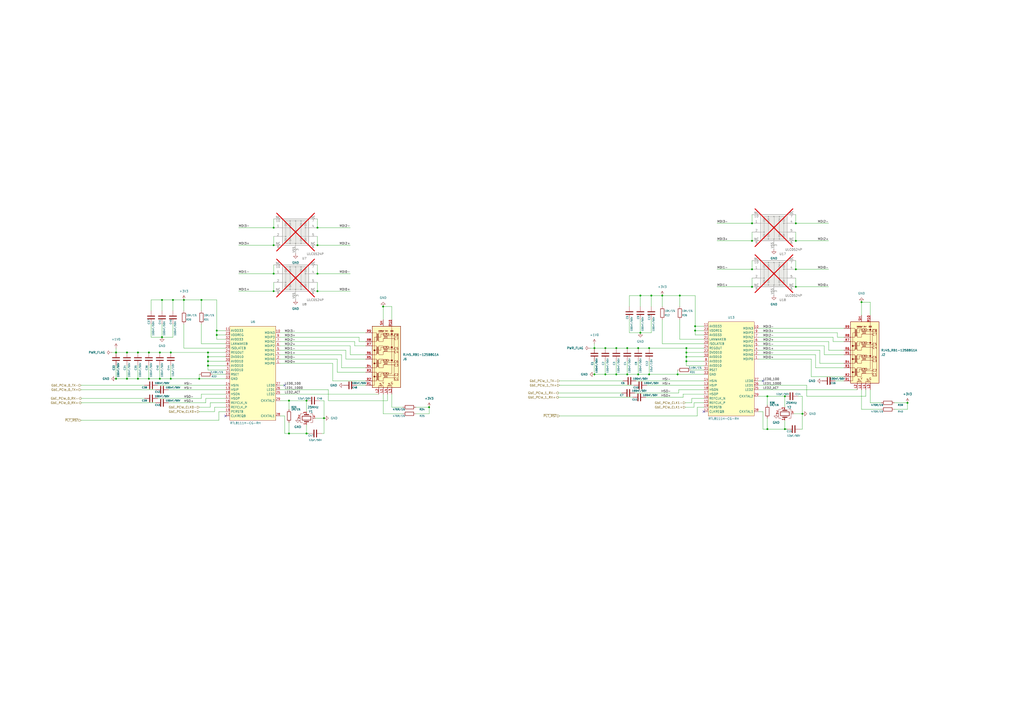
<source format=kicad_sch>
(kicad_sch (version 20231120) (generator "eeschema") (generator_version "8.0")
  (paper "A2")
  (title_block (title "NVR for LattePanda Mu") (date "2024-03-13") (rev "V1.0.0") (company "SpectreBoard"))
  (junction (at 92.71 219.71))
  (junction (at 187.96 242.57))
  (junction (at 376.555 201.93))
  (junction (at 377.825 171.45))
  (junction (at 436.245 166.37))
  (junction (at 80.01 204.47))
  (junction (at 115.57 219.71))
  (junction (at 73.66 219.71))
  (junction (at 93.98 173.99))
  (junction (at 92.71 204.47))
  (junction (at 351.155 217.17))
  (junction (at 73.66 204.47))
  (junction (at 248.92 236.22))
  (junction (at 398.145 204.47))
  (junction (at 393.065 217.17))
  (junction (at 499.745 175.26))
  (junction (at 158.75 158.75))
  (junction (at 461.645 156.21))
  (junction (at 376.555 217.17))
  (junction (at 351.155 201.93))
  (junction (at 184.15 168.91))
  (junction (at 100.33 173.99))
  (junction (at 99.06 219.71))
  (junction (at 436.245 139.7))
  (junction (at 120.65 204.47))
  (junction (at 461.645 129.54))
  (junction (at 403.225 191.77))
  (junction (at 344.805 201.93))
  (junction (at 403.225 189.23))
  (junction (at 344.805 217.17))
  (junction (at 116.84 173.99))
  (junction (at 177.8 232.41))
  (junction (at 222.25 177.8))
  (junction (at 436.245 129.54))
  (junction (at 184.15 158.75))
  (junction (at 67.31 219.71))
  (junction (at 436.245 156.21))
  (junction (at 184.15 132.08))
  (junction (at 120.65 209.55))
  (junction (at 461.645 166.37))
  (junction (at 398.145 201.93))
  (junction (at 106.68 173.99))
  (junction (at 371.475 193.04))
  (junction (at 80.01 219.71))
  (junction (at 384.175 171.45))
  (junction (at 120.65 207.01))
  (junction (at 125.73 194.31))
  (junction (at 461.645 139.7))
  (junction (at 370.205 217.17))
  (junction (at 86.36 219.71))
  (junction (at 158.75 168.91))
  (junction (at 93.98 195.58))
  (junction (at 398.145 209.55))
  (junction (at 445.135 248.92))
  (junction (at 167.64 251.46))
  (junction (at 526.415 233.68))
  (junction (at 394.335 171.45))
  (junction (at 167.64 232.41))
  (junction (at 357.505 217.17))
  (junction (at 184.15 142.24))
  (junction (at 455.295 248.92))
  (junction (at 357.505 201.93))
  (junction (at 67.31 204.47))
  (junction (at 465.455 240.03))
  (junction (at 125.73 191.77))
  (junction (at 371.475 171.45))
  (junction (at 455.295 229.87))
  (junction (at 370.205 201.93))
  (junction (at 158.75 132.08))
  (junction (at 398.145 207.01))
  (junction (at 445.135 229.87))
  (junction (at 363.855 217.17))
  (junction (at 99.06 204.47))
  (junction (at 86.36 204.47))
  (junction (at 177.8 251.46))
  (junction (at 363.855 201.93))
  (junction (at 120.65 212.09))
  (junction (at 158.75 142.24))
  (no_connect (at 442.595 220.98))
  (no_connect (at 165.1 223.52))
  (no_connect (at 408.305 238.76))
  (no_connect (at 130.81 241.3))
  (wire (pts (xy 464.185 248.92) (xy 465.455 248.92)))
  (wire (pts (xy 119.38 233.68) (xy 119.38 231.14)))
  (wire (pts (xy 440.055 220.98) (xy 442.595 220.98)))
  (wire (pts (xy 365.125 177.8) (xy 365.125 171.45)))
  (wire (pts (xy 46.99 231.14) (xy 83.82 231.14)))
  (wire (pts (xy 162.56 198.12) (xy 205.74 198.12)))
  (wire (pts (xy 124.46 238.76) (xy 115.57 238.76)))
  (wire (pts (xy 398.145 204.47) (xy 398.145 207.01)))
  (wire (pts (xy 351.155 217.17) (xy 357.505 217.17)))
  (wire (pts (xy 502.285 226.06) (xy 502.285 229.87)))
  (wire (pts (xy 205.74 198.12) (xy 205.74 200.66)))
  (wire (pts (xy 440.055 193.04) (xy 485.775 193.04)))
  (wire (pts (xy 195.58 215.9) (xy 195.58 208.28)))
  (wire (pts (xy 97.79 226.06) (xy 130.81 226.06)))
  (wire (pts (xy 393.7 226.06) (xy 408.305 226.06)))
  (wire (pts (xy 222.25 177.8) (xy 222.25 185.42)))
  (wire (pts (xy 365.125 193.04) (xy 371.475 193.04)))
  (wire (pts (xy 402.59 233.68) (xy 408.305 233.68)))
  (wire (pts (xy 91.44 231.14) (xy 116.84 231.14)))
  (wire (pts (xy 92.71 219.71) (xy 99.06 219.71)))
  (wire (pts (xy 121.92 236.22) (xy 115.57 236.22)))
  (wire (pts (xy 440.055 208.28) (xy 470.535 208.28)))
  (wire (pts (xy 158.75 127) (xy 158.75 132.08)))
  (wire (pts (xy 398.145 209.55) (xy 398.145 212.09)))
  (wire (pts (xy 499.745 175.26) (xy 499.745 182.88)))
  (wire (pts (xy 384.175 171.45) (xy 394.335 171.45)))
  (wire (pts (xy 193.04 210.82) (xy 193.04 220.98)))
  (wire (pts (xy 374.65 230.505) (xy 396.24 230.505)))
  (wire (pts (xy 445.135 229.87) (xy 455.295 229.87)))
  (wire (pts (xy 241.3 240.03) (xy 248.92 240.03)))
  (wire (pts (xy 184.15 168.91) (xy 203.2 168.91)))
  (wire (pts (xy 402.59 236.22) (xy 402.59 233.68)))
  (wire (pts (xy 92.71 204.47) (xy 99.06 204.47)))
  (wire (pts (xy 162.56 228.6) (xy 219.71 228.6)))
  (wire (pts (xy 162.56 208.28) (xy 195.58 208.28)))
  (wire (pts (xy 470.535 208.28) (xy 470.535 218.44)))
  (wire (pts (xy 394.335 185.42) (xy 394.335 196.85)))
  (wire (pts (xy 357.505 201.93) (xy 363.855 201.93)))
  (wire (pts (xy 377.825 185.42) (xy 377.825 193.04)))
  (wire (pts (xy 80.01 212.09) (xy 80.01 219.71)))
  (wire (pts (xy 208.28 195.58) (xy 208.28 198.12)))
  (wire (pts (xy 123.19 217.17) (xy 130.81 217.17)))
  (wire (pts (xy 489.585 213.36) (xy 473.075 213.36)))
  (wire (pts (xy 440.055 195.58) (xy 483.235 195.58)))
  (wire (pts (xy 394.335 171.45) (xy 394.335 177.8)))
  (wire (pts (xy 357.505 217.17) (xy 363.855 217.17)))
  (wire (pts (xy 120.65 214.63) (xy 130.81 214.63)))
  (wire (pts (xy 408.305 204.47) (xy 398.145 204.47)))
  (wire (pts (xy 91.44 223.52) (xy 130.81 223.52)))
  (wire (pts (xy 124.46 236.22) (xy 124.46 238.76)))
  (wire (pts (xy 93.98 173.99) (xy 100.33 173.99)))
  (wire (pts (xy 184.15 153.67) (xy 184.15 158.75)))
  (wire (pts (xy 485.775 193.04) (xy 485.775 195.58)))
  (wire (pts (xy 116.84 187.96) (xy 116.84 199.39)))
  (wire (pts (xy 116.84 228.6) (xy 130.81 228.6)))
  (wire (pts (xy 324.485 220.98) (xy 361.315 220.98)))
  (wire (pts (xy 167.64 232.41) (xy 167.64 237.49)))
  (wire (pts (xy 376.555 209.55) (xy 376.555 217.17)))
  (wire (pts (xy 408.305 189.23) (xy 403.225 189.23)))
  (wire (pts (xy 138.43 142.24) (xy 158.75 142.24)))
  (wire (pts (xy 130.81 233.68) (xy 121.92 233.68)))
  (wire (pts (xy 100.33 173.99) (xy 100.33 180.34)))
  (wire (pts (xy 393.7 227.965) (xy 393.7 226.06)))
  (wire (pts (xy 130.81 207.01) (xy 120.65 207.01)))
  (wire (pts (xy 165.1 241.3) (xy 162.56 241.3)))
  (wire (pts (xy 158.75 137.16) (xy 158.75 142.24)))
  (wire (pts (xy 483.235 198.12) (xy 489.585 198.12)))
  (wire (pts (xy 184.15 142.24) (xy 203.2 142.24)))
  (wire (pts (xy 207.01 223.52) (xy 212.09 223.52)))
  (wire (pts (xy 127 238.76) (xy 130.81 238.76)))
  (wire (pts (xy 73.66 212.09) (xy 73.66 219.71)))
  (wire (pts (xy 461.645 151.13) (xy 461.645 156.21)))
  (wire (pts (xy 200.66 208.28) (xy 212.09 208.28)))
  (wire (pts (xy 125.73 194.31) (xy 125.73 196.85)))
  (wire (pts (xy 371.475 171.45) (xy 377.825 171.45)))
  (wire (pts (xy 120.65 212.09) (xy 120.65 214.63)))
  (wire (pts (xy 384.175 185.42) (xy 384.175 199.39)))
  (wire (pts (xy 99.06 204.47) (xy 120.65 204.47)))
  (wire (pts (xy 397.51 236.22) (xy 402.59 236.22)))
  (wire (pts (xy 470.535 218.44) (xy 489.585 218.44)))
  (wire (pts (xy 86.36 212.09) (xy 86.36 219.71)))
  (wire (pts (xy 363.855 209.55) (xy 363.855 217.17)))
  (wire (pts (xy 404.495 241.3) (xy 404.495 236.22)))
  (wire (pts (xy 396.24 228.6) (xy 408.305 228.6)))
  (wire (pts (xy 371.475 171.45) (xy 365.125 171.45)))
  (wire (pts (xy 86.36 204.47) (xy 92.71 204.47)))
  (wire (pts (xy 200.66 203.2) (xy 200.66 208.28)))
  (wire (pts (xy 398.145 212.09) (xy 408.305 212.09)))
  (wire (pts (xy 445.135 248.92) (xy 442.595 248.92)))
  (wire (pts (xy 182.88 242.57) (xy 187.96 242.57)))
  (wire (pts (xy 436.245 151.13) (xy 436.245 156.21)))
  (wire (pts (xy 67.31 212.09) (xy 67.31 219.71)))
  (wire (pts (xy 461.645 166.37) (xy 480.695 166.37)))
  (wire (pts (xy 483.235 195.58) (xy 483.235 198.12)))
  (wire (pts (xy 375.285 223.52) (xy 408.305 223.52)))
  (wire (pts (xy 130.81 209.55) (xy 120.65 209.55)))
  (wire (pts (xy 351.155 201.93) (xy 357.505 201.93)))
  (wire (pts (xy 408.305 217.17) (xy 393.065 217.17)))
  (wire (pts (xy 415.925 156.21) (xy 436.245 156.21)))
  (wire (pts (xy 241.3 236.22) (xy 248.92 236.22)))
  (wire (pts (xy 363.855 201.93) (xy 370.205 201.93)))
  (wire (pts (xy 440.055 200.66) (xy 478.155 200.66)))
  (wire (pts (xy 499.745 237.49) (xy 511.175 237.49)))
  (wire (pts (xy 116.84 231.14) (xy 116.84 228.6)))
  (wire (pts (xy 100.33 173.99) (xy 106.68 173.99)))
  (wire (pts (xy 93.98 173.99) (xy 93.98 180.34)))
  (wire (pts (xy 167.64 245.11) (xy 167.64 251.46)))
  (wire (pts (xy 485.775 195.58) (xy 489.585 195.58)))
  (wire (pts (xy 370.205 217.17) (xy 376.555 217.17)))
  (wire (pts (xy 504.825 175.26) (xy 499.745 175.26)))
  (wire (pts (xy 440.055 198.12) (xy 480.695 198.12)))
  (wire (pts (xy 408.305 191.77) (xy 403.225 191.77)))
  (wire (pts (xy 203.2 205.74) (xy 212.09 205.74)))
  (wire (pts (xy 227.33 236.22) (xy 233.68 236.22)))
  (wire (pts (xy 119.38 231.14) (xy 130.81 231.14)))
  (wire (pts (xy 396.24 230.505) (xy 396.24 228.6)))
  (wire (pts (xy 371.475 185.42) (xy 371.475 193.04)))
  (wire (pts (xy 120.65 207.01) (xy 120.65 209.55)))
  (wire (pts (xy 162.56 195.58) (xy 208.28 195.58)))
  (wire (pts (xy 186.69 251.46) (xy 187.96 251.46)))
  (wire (pts (xy 99.06 212.09) (xy 99.06 219.71)))
  (wire (pts (xy 193.04 220.98) (xy 212.09 220.98)))
  (wire (pts (xy 376.555 201.93) (xy 398.145 201.93)))
  (wire (pts (xy 365.125 185.42) (xy 365.125 193.04)))
  (wire (pts (xy 222.25 240.03) (xy 233.68 240.03)))
  (wire (pts (xy 484.505 220.98) (xy 489.585 220.98)))
  (wire (pts (xy 198.12 205.74) (xy 198.12 213.36)))
  (wire (pts (xy 436.245 124.46) (xy 436.245 129.54)))
  (wire (pts (xy 130.81 194.31) (xy 125.73 194.31)))
  (wire (pts (xy 368.935 220.98) (xy 408.305 220.98)))
  (wire (pts (xy 467.995 229.87) (xy 467.995 223.52)))
  (wire (pts (xy 384.175 171.45) (xy 384.175 177.8)))
  (wire (pts (xy 465.455 229.87) (xy 465.455 240.03)))
  (wire (pts (xy 138.43 168.91) (xy 158.75 168.91)))
  (wire (pts (xy 224.79 228.6) (xy 224.79 232.41)))
  (wire (pts (xy 120.65 209.55) (xy 120.65 212.09)))
  (wire (pts (xy 393.065 217.17) (xy 393.065 214.63)))
  (wire (pts (xy 518.795 237.49) (xy 526.415 237.49)))
  (wire (pts (xy 162.56 203.2) (xy 200.66 203.2)))
  (wire (pts (xy 208.28 198.12) (xy 212.09 198.12)))
  (wire (pts (xy 344.805 209.55) (xy 344.805 217.17)))
  (wire (pts (xy 370.205 209.55) (xy 370.205 217.17)))
  (wire (pts (xy 130.81 191.77) (xy 125.73 191.77)))
  (wire (pts (xy 162.56 223.52) (xy 165.1 223.52)))
  (wire (pts (xy 125.73 191.77) (xy 125.73 194.31)))
  (wire (pts (xy 415.925 166.37) (xy 436.245 166.37)))
  (wire (pts (xy 403.225 194.31) (xy 408.305 194.31)))
  (wire (pts (xy 504.825 226.06) (xy 504.825 233.68)))
  (wire (pts (xy 248.92 240.03) (xy 248.92 236.22)))
  (wire (pts (xy 106.68 201.93) (xy 130.81 201.93)))
  (wire (pts (xy 376.555 217.17) (xy 393.065 217.17)))
  (wire (pts (xy 403.225 191.77) (xy 403.225 194.31)))
  (wire (pts (xy 461.645 124.46) (xy 461.645 129.54)))
  (wire (pts (xy 461.645 139.7) (xy 480.695 139.7)))
  (wire (pts (xy 212.09 215.9) (xy 195.58 215.9)))
  (wire (pts (xy 344.805 217.17) (xy 351.155 217.17)))
  (wire (pts (xy 116.84 173.99) (xy 116.84 180.34)))
  (wire (pts (xy 115.57 219.71) (xy 115.57 217.17)))
  (wire (pts (xy 398.145 207.01) (xy 398.145 209.55)))
  (wire (pts (xy 404.495 236.22) (xy 408.305 236.22)))
  (wire (pts (xy 324.485 223.52) (xy 367.665 223.52)))
  (wire (pts (xy 401.32 233.68) (xy 397.51 233.68)))
  (wire (pts (xy 80.01 219.71) (xy 86.36 219.71)))
  (wire (pts (xy 442.595 248.92) (xy 442.595 238.76)))
  (wire (pts (xy 162.56 210.82) (xy 193.04 210.82)))
  (wire (pts (xy 227.33 177.8) (xy 222.25 177.8)))
  (wire (pts (xy 162.56 205.74) (xy 198.12 205.74)))
  (wire (pts (xy 357.505 209.55) (xy 357.505 217.17)))
  (wire (pts (xy 64.77 204.47) (xy 67.31 204.47)))
  (wire (pts (xy 184.15 132.08) (xy 203.2 132.08)))
  (wire (pts (xy 370.205 201.93) (xy 376.555 201.93)))
  (wire (pts (xy 377.825 171.45) (xy 377.825 177.8)))
  (wire (pts (xy 456.565 248.92) (xy 455.295 248.92)) (stroke (width 0.254)))
  (wire (pts (xy 408.305 231.14) (xy 401.32 231.14)))
  (wire (pts (xy 480.695 198.12) (xy 480.695 203.2)))
  (wire (pts (xy 408.305 207.01) (xy 398.145 207.01)))
  (wire (pts (xy 138.43 158.75) (xy 158.75 158.75)))
  (wire (pts (xy 440.055 190.5) (xy 489.585 190.5)))
  (wire (pts (xy 177.8 246.38) (xy 177.8 251.46)))
  (wire (pts (xy 67.31 201.93) (xy 67.31 204.47)))
  (wire (pts (xy 205.74 200.66) (xy 212.09 200.66)))
  (wire (pts (xy 461.645 134.62) (xy 461.645 139.7)))
  (wire (pts (xy 403.225 189.23) (xy 403.225 191.77)))
  (wire (pts (xy 187.96 232.41) (xy 187.96 242.57)))
  (wire (pts (xy 368.3 227.965) (xy 393.7 227.965)))
  (wire (pts (xy 478.155 200.66) (xy 478.155 205.74)))
  (wire (pts (xy 190.5 232.41) (xy 190.5 226.06)))
  (wire (pts (xy 162.56 193.04) (xy 212.09 193.04)))
  (wire (pts (xy 184.15 127) (xy 184.15 132.08)))
  (wire (pts (xy 73.66 204.47) (xy 80.01 204.47)))
  (wire (pts (xy 125.73 173.99) (xy 125.73 191.77)))
  (wire (pts (xy 227.33 228.6) (xy 227.33 236.22)))
  (wire (pts (xy 460.375 240.03) (xy 465.455 240.03)))
  (wire (pts (xy 116.84 173.99) (xy 125.73 173.99)))
  (wire (pts (xy 518.795 233.68) (xy 526.415 233.68)))
  (wire (pts (xy 351.155 209.55) (xy 351.155 217.17)))
  (wire (pts (xy 461.645 156.21) (xy 480.695 156.21)))
  (wire (pts (xy 198.12 213.36) (xy 212.09 213.36)))
  (wire (pts (xy 184.15 163.83) (xy 184.15 168.91)))
  (wire (pts (xy 92.71 212.09) (xy 92.71 219.71)))
  (wire (pts (xy 179.07 251.46) (xy 177.8 251.46)) (stroke (width 0.254)))
  (wire (pts (xy 46.99 243.84) (xy 127 243.84)))
  (wire (pts (xy 436.245 134.62) (xy 436.245 139.7)))
  (wire (pts (xy 323.85 227.965) (xy 360.68 227.965)))
  (wire (pts (xy 127 243.84) (xy 127 238.76)))
  (wire (pts (xy 87.63 187.96) (xy 87.63 195.58)))
  (wire (pts (xy 445.135 229.87) (xy 445.135 234.95)))
  (wire (pts (xy 130.81 212.09) (xy 120.65 212.09)))
  (wire (pts (xy 185.42 232.41) (xy 187.96 232.41)))
  (wire (pts (xy 67.31 219.71) (xy 73.66 219.71)))
  (wire (pts (xy 461.645 161.29) (xy 461.645 166.37)))
  (wire (pts (xy 158.75 163.83) (xy 158.75 168.91)))
  (wire (pts (xy 222.25 228.6) (xy 222.25 240.03)))
  (wire (pts (xy 67.31 204.47) (xy 73.66 204.47)))
  (wire (pts (xy 400.685 214.63) (xy 408.305 214.63)))
  (wire (pts (xy 465.455 248.92) (xy 465.455 240.03)))
  (wire (pts (xy 445.135 242.57) (xy 445.135 248.92)))
  (wire (pts (xy 177.8 232.41) (xy 177.8 238.76)))
  (wire (pts (xy 130.81 204.47) (xy 120.65 204.47)))
  (wire (pts (xy 184.15 158.75) (xy 203.2 158.75)))
  (wire (pts (xy 440.055 203.2) (xy 475.615 203.2)))
  (wire (pts (xy 394.335 171.45) (xy 403.225 171.45)))
  (wire (pts (xy 184.15 137.16) (xy 184.15 142.24)))
  (wire (pts (xy 167.64 232.41) (xy 177.8 232.41)))
  (wire (pts (xy 130.81 219.71) (xy 115.57 219.71)))
  (wire (pts (xy 162.56 226.06) (xy 190.5 226.06)))
  (wire (pts (xy 455.295 243.84) (xy 455.295 248.92)))
  (wire (pts (xy 87.63 180.34) (xy 87.63 173.99)))
  (wire (pts (xy 478.155 205.74) (xy 489.585 205.74)))
  (wire (pts (xy 323.85 230.505) (xy 367.03 230.505)))
  (wire (pts (xy 344.805 201.93) (xy 351.155 201.93)))
  (wire (pts (xy 440.055 223.52) (xy 467.995 223.52)))
  (wire (pts (xy 162.56 232.41) (xy 167.64 232.41)))
  (wire (pts (xy 121.92 233.68) (xy 121.92 236.22)))
  (wire (pts (xy 100.33 195.58) (xy 93.98 195.58)))
  (wire (pts (xy 130.81 199.39) (xy 116.84 199.39)))
  (wire (pts (xy 165.1 251.46) (xy 165.1 241.3)))
  (wire (pts (xy 106.68 173.99) (xy 106.68 180.34)))
  (wire (pts (xy 46.99 226.06) (xy 90.17 226.06)))
  (wire (pts (xy 475.615 210.82) (xy 489.585 210.82)))
  (wire (pts (xy 502.285 229.87) (xy 467.995 229.87)))
  (wire (pts (xy 436.245 161.29) (xy 436.245 166.37)))
  (wire (pts (xy 100.33 187.96) (xy 100.33 195.58)))
  (wire (pts (xy 440.055 205.74) (xy 473.075 205.74)))
  (wire (pts (xy 371.475 171.45) (xy 371.475 177.8)))
  (wire (pts (xy 130.81 236.22) (xy 124.46 236.22)))
  (wire (pts (xy 106.68 187.96) (xy 106.68 201.93)))
  (wire (pts (xy 203.2 200.66) (xy 203.2 205.74)))
  (wire (pts (xy 475.615 203.2) (xy 475.615 210.82)))
  (wire (pts (xy 138.43 132.08) (xy 158.75 132.08)))
  (wire (pts (xy 158.75 153.67) (xy 158.75 158.75)))
  (wire (pts (xy 408.305 209.55) (xy 398.145 209.55)))
  (wire (pts (xy 526.415 237.49) (xy 526.415 233.68)))
  (wire (pts (xy 504.825 182.88) (xy 504.825 175.26)))
  (wire (pts (xy 120.65 204.47) (xy 120.65 207.01)))
  (wire (pts (xy 455.295 248.92) (xy 445.135 248.92)))
  (wire (pts (xy 93.98 173.99) (xy 87.63 173.99)))
  (wire (pts (xy 46.99 223.52) (xy 83.82 223.52)))
  (wire (pts (xy 162.56 200.66) (xy 203.2 200.66)))
  (wire (pts (xy 86.36 219.71) (xy 92.71 219.71)))
  (wire (pts (xy 187.96 251.46) (xy 187.96 242.57)))
  (wire (pts (xy 440.055 229.87) (xy 445.135 229.87)))
  (wire (pts (xy 167.64 251.46) (xy 165.1 251.46)))
  (wire (pts (xy 363.855 217.17) (xy 370.205 217.17)))
  (wire (pts (xy 87.63 195.58) (xy 93.98 195.58)))
  (wire (pts (xy 377.825 193.04) (xy 371.475 193.04)))
  (wire (pts (xy 499.745 226.06) (xy 499.745 237.49)))
  (wire (pts (xy 401.32 231.14) (xy 401.32 233.68)))
  (wire (pts (xy 462.915 229.87) (xy 465.455 229.87)))
  (wire (pts (xy 80.01 204.47) (xy 86.36 204.47)))
  (wire (pts (xy 93.98 187.96) (xy 93.98 195.58)))
  (wire (pts (xy 440.055 226.06) (xy 497.205 226.06)))
  (wire (pts (xy 442.595 238.76) (xy 440.055 238.76)))
  (wire (pts (xy 46.99 233.68) (xy 90.17 233.68)))
  (wire (pts (xy 377.825 171.45) (xy 384.175 171.45)))
  (wire (pts (xy 342.265 201.93) (xy 344.805 201.93)))
  (wire (pts (xy 504.825 233.68) (xy 511.175 233.68)))
  (wire (pts (xy 415.925 139.7) (xy 436.245 139.7)))
  (wire (pts (xy 473.075 213.36) (xy 473.075 205.74)))
  (wire (pts (xy 461.645 129.54) (xy 480.695 129.54)))
  (wire (pts (xy 106.68 173.99) (xy 116.84 173.99)))
  (wire (pts (xy 99.06 219.71) (xy 115.57 219.71)))
  (wire (pts (xy 408.305 196.85) (xy 394.335 196.85)))
  (wire (pts (xy 455.295 229.87) (xy 455.295 236.22)))
  (wire (pts (xy 344.805 199.39) (xy 344.805 201.93)))
  (wire (pts (xy 398.145 201.93) (xy 398.145 204.47)))
  (wire (pts (xy 403.225 171.45) (xy 403.225 189.23)))
  (wire (pts (xy 224.79 232.41) (xy 190.5 232.41)))
  (wire (pts (xy 177.8 251.46) (xy 167.64 251.46)))
  (wire (pts (xy 125.73 196.85) (xy 130.81 196.85)))
  (wire (pts (xy 73.66 219.71) (xy 80.01 219.71)))
  (wire (pts (xy 384.175 199.39) (xy 408.305 199.39)))
  (wire (pts (xy 408.305 201.93) (xy 398.145 201.93)))
  (wire (pts (xy 324.485 241.3) (xy 404.495 241.3)))
  (wire (pts (xy 227.33 185.42) (xy 227.33 177.8)))
  (wire (pts (xy 480.695 203.2) (xy 489.585 203.2)))
  (wire (pts (xy 415.925 129.54) (xy 436.245 129.54)))
  (wire (pts (xy 97.79 233.68) (xy 119.38 233.68)))
  (label "MDI0+" (at 165.1 210.82 0))
  (label "LED1_1000" (at 442.595 223.52 0))
  (label "MDI3-" (at 138.43 132.08 0))
  (label "MDI2-" (at 442.595 195.58 0))
  (label "MDI1-" (at 415.925 156.21 0))
  (label "LED2_ACT" (at 442.595 226.06 0))
  (label "MDI0-" (at 442.595 205.74 0))
  (label "MDI1-" (at 138.43 158.75 0))
  (label "HSI+" (at 384.175 223.52 0))
  (label "MDI0+" (at 474.345 166.37 0))
  (label "MDI2-" (at 165.1 198.12 0))
  (label "MDI3+" (at 138.43 142.24 0))
  (label "HSO-" (at 383.54 227.965 0))
  (label "MDI3+" (at 165.1 195.58 0))
  (label "MDI3+" (at 415.925 139.7 0))
  (label "HSI+" (at 106.68 226.06 0))
  (label "HSI-" (at 106.68 223.52 0))
  (label "MDI1+" (at 165.1 205.74 0))
  (label "MDI0-" (at 196.85 158.75 0))
  (label "HSI-" (at 384.175 220.98 0))
  (label "MDI2-" (at 474.345 129.54 0))
  (label "MDI1-" (at 442.595 200.66 0))
  (label "LED1_1000" (at 165.1 226.06 0))
  (label "HSO+" (at 106.68 233.68 0))
  (label "MDI1+" (at 415.925 166.37 0))
  (label "HSO+" (at 383.54 230.505 0))
  (label "HSO-" (at 106.68 231.14 0))
  (label "MDI0+" (at 196.85 168.91 0))
  (label "MDI1-" (at 165.1 203.2 0))
  (label "MDI0-" (at 474.345 156.21 0))
  (label "MDI1+" (at 442.595 203.2 0))
  (label "MDI3-" (at 415.925 129.54 0))
  (label "MDI3-" (at 165.1 193.04 0))
  (label "MDI3+" (at 442.595 193.04 0))
  (label "MDI2+" (at 165.1 200.66 0))
  (label "MDI2+" (at 442.595 198.12 0))
  (label "MDI1+" (at 138.43 168.91 0))
  (label "LED2_ACT" (at 165.1 228.6 0))
  (label "MDI2+" (at 474.345 139.7 0))
  (label "LED0_100" (at 442.595 220.98 0))
  (label "MDI2+" (at 196.85 142.24 0))
  (label "MDI0+" (at 442.595 208.28 0))
  (label "LED0_100" (at 165.1 223.52 0))
  (label "MDI2-" (at 196.85 132.08 0))
  (label "MDI0-" (at 165.1 208.28 0))
  (label "MDI3-" (at 442.595 190.5 0))
  (hierarchical_label "GbE_PCIe_1_TX+" (shape input) (at 324.485 223.52 180))
  (hierarchical_label "GbE_PCIe_0_TX+" (shape input) (at 46.99 226.06 180))
  (hierarchical_label "~{PLT_RST}" (shape input) (at 46.99 243.84 180))
  (hierarchical_label "~{PLT_RST}" (shape input) (at 324.485 241.3 180))
  (hierarchical_label "GbE_PCIe_0_RX-" (shape output) (at 46.99 231.14 180))
  (hierarchical_label "GbE_PCIe_CLK1-" (shape input) (at 397.51 233.68 180))
  (hierarchical_label "GbE_PCIe_CLK1+" (shape input) (at 397.51 236.22 180))
  (hierarchical_label "GbE_PCIe_1_RX+" (shape output) (at 323.85 230.505 180))
  (hierarchical_label "GbE_PCIe_0_RX+" (shape output) (at 46.99 233.68 180))
  (hierarchical_label "GbE_PCIe_CLK0-" (shape input) (at 115.57 236.22 180))
  (hierarchical_label "GbE_PCIe_0_TX-" (shape input) (at 46.99 223.52 180))
  (hierarchical_label "GbE_PCIe_1_TX-" (shape input) (at 324.485 220.98 180))
  (hierarchical_label "GbE_PCIe_CLK0+" (shape input) (at 115.57 238.76 180))
  (hierarchical_label "GbE_PCIe_1_RX-" (shape output) (at 323.85 227.965 180))
  (symbol (lib_id "power:+3V3") (at 526.415 233.68 0) (unit 1)
    (property "Reference" "#PWR0105" (effects (hide yes)))
    (property "Value" "+3V3" (at 526.415 228.6 0))
    (property "Description" "Power symbol creates a global label with name \"+3V3\"" (effects (hide yes)))
  )
  (symbol (lib_id "Device:C") (at 371.475 181.61 180) (unit 1)
    (property "Reference" "C9" (at 370.205 184.15 90) (effects (font (size 1 1))))
    (property "Value" "100nF/50V" (at 372.745 187.96 90) (effects (font (size 1 1))))
    (property "Footprint" "A_HDJ_Library:C_0402_1005Metric" (effects (hide yes)))
    (property "Description" "Unpolarized capacitor" (effects (hide yes)))
    (property "SCH_Show_Footprint" "C0402" (effects (hide yes)))
  )
  (symbol (lib_id "Device:Crystal_GND24") (at 177.8 242.57 90) (unit 1)
    (property "Reference" "Y1" (at 180.34 238.76 90))
    (property "Value" "25MHz" (at 181.61 236.22 90))
    (property "Footprint" "A_HDJ_Library:Crystal_SMD_3225-4Pin_3.2x2.5mm" (effects (hide yes)))
    (property "Description" "Four pin crystal, GND on pins 2 and 4" (effects (hide yes)))
  )
  (symbol (lib_id "Device:C") (at 365.125 181.61 180) (unit 1)
    (property "Reference" "C5" (at 363.855 184.15 90) (effects (font (size 1 1))))
    (property "Value" "100nF/50V" (at 366.395 187.96 90) (effects (font (size 1 1))))
    (property "Footprint" "A_HDJ_Library:C_0402_1005Metric" (effects (hide yes)))
    (property "Description" "Unpolarized capacitor" (effects (hide yes)))
    (property "SCH_Show_Footprint" "C0402" (effects (hide yes)))
  )
  (symbol (lib_id "Device:R") (at 237.49 240.03 90) (unit 1)
    (property "Reference" "R25" (at 246.38 241.3 90) (effects (font (size 1 1)) (justify left)))
    (property "Value" "470R/1%" (at 234.95 241.3 90) (effects (font (size 1 1)) (justify left)))
    (property "Footprint" "A_HDJ_Library:R_0402_1005Metric" (effects (hide yes)))
    (property "Description" "Resistor" (effects (hide yes)))
  )
  (symbol (lib_id "Device:R") (at 514.985 233.68 90) (unit 1)
    (property "Reference" "R39" (at 523.875 234.95 90) (effects (font (size 1 1)) (justify left)))
    (property "Value" "470R/1%" (at 512.445 234.95 90) (effects (font (size 1 1)) (justify left)))
    (property "Footprint" "A_HDJ_Library:R_0402_1005Metric" (effects (hide yes)))
    (property "Description" "Resistor" (effects (hide yes)))
  )
  (symbol (lib_id "power:GND") (at 222.25 177.8 180) (unit 1)
    (property "Reference" "#PWR054" (effects (hide yes)))
    (property "Value" "GND" (at 222.25 172.72 0))
    (property "Description" "Power symbol creates a global label with name \"GND\" , ground" (effects (hide yes)))
  )
  (symbol (lib_id "Device:C") (at 364.49 227.965 270) (unit 1)
    (property "Reference" "C7" (at 360.68 229.235 90) (effects (font (size 1 1))))
    (property "Value" "100nF/50V" (at 370.84 226.695 90) (effects (font (size 1 1))))
    (property "Footprint" "A_HDJ_Library:C_0402_1005Metric" (effects (hide yes)))
    (property "Description" "Unpolarized capacitor" (effects (hide yes)))
    (property "SCH_Show_Footprint" "C0402" (effects (hide yes)))
  )
  (symbol (lib_id "power:GND") (at 171.45 173.99 0) (unit 1)
    (property "Reference" "#PWR050" (effects (hide yes)))
    (property "Value" "GND" (at 171.45 179.07 0))
    (property "Description" "Power symbol creates a global label with name \"GND\" , ground" (effects (hide yes)))
  )
  (symbol (lib_id "Device:R") (at 167.64 241.3 0) (unit 1)
    (property "Reference" "R23" (at 168.91 236.22 0) (effects (font (size 1 1)) (justify left)))
    (property "Value" "1M/1%" (at 168.91 237.49 0) (effects (font (size 1 1)) (justify left)))
    (property "Footprint" "A_HDJ_Library:R_0402_1005Metric" (effects (hide yes)))
    (property "Description" "Resistor" (effects (hide yes)))
  )
  (symbol (lib_id "Device:C") (at 357.505 205.74 180) (unit 1)
    (property "Reference" "C3" (at 356.235 210.82 90) (effects (font (size 1 1))))
    (property "Value" "100nF/50V" (at 358.775 212.09 90) (effects (font (size 1 1))))
    (property "Footprint" "A_HDJ_Library:C_0402_1005Metric" (effects (hide yes)))
    (property "Description" "Unpolarized capacitor" (effects (hide yes)))
    (property "SCH_Show_Footprint" "C0402" (effects (hide yes)))
  )
  (symbol (lib_id "Device:C") (at 460.375 248.92 270) (unit 1)
    (property "Reference" "C15" (at 457.835 250.19 90) (effects (font (size 1 1))))
    (property "Value" "12pF/50V" (at 460.375 252.73 90) (effects (font (size 1 1))))
    (property "Footprint" "A_HDJ_Library:C_0402_1005Metric" (effects (hide yes)))
    (property "Description" "Unpolarized capacitor" (effects (hide yes)))
    (property "SCH_Show_Footprint" "C0402" (effects (hide yes)))
  )
  (symbol (lib_id "Device:R") (at 396.875 214.63 90) (unit 1)
    (property "Reference" "R31" (at 403.225 215.9 90) (effects (font (size 1 1)) (justify left)))
    (property "Value" "2.49K/1%" (at 407.035 213.36 90) (effects (font (size 1 1)) (justify left)))
    (property "Footprint" "A_HDJ_Library:R_0603_1608Metric" (effects (hide yes)))
    (property "Description" "Resistor" (effects (hide yes)))
  )
  (symbol (lib_id "Device:C") (at 80.01 208.28 180) (unit 1)
    (property "Reference" "C35" (at 78.74 213.36 90) (effects (font (size 1 1))))
    (property "Value" "100nF/50V" (at 81.28 214.63 90) (effects (font (size 1 1))))
    (property "Footprint" "A_HDJ_Library:C_0402_1005Metric" (effects (hide yes)))
    (property "Description" "Unpolarized capacitor" (effects (hide yes)))
    (property "SCH_Show_Footprint" "C0402" (effects (hide yes)))
  )
  (symbol (lib_id "power:+1V0") (at 344.805 199.39 0) (unit 1)
    (property "Reference" "#PWR013" (effects (hide yes)))
    (property "Value" "+1V0" (at 344.805 194.31 0))
    (property "Description" "Power symbol creates a global label with name \"+1V0\"" (effects (hide yes)))
  )
  (symbol (lib_id "Device:C") (at 93.98 233.68 270) (unit 1)
    (property "Reference" "C43" (at 91.44 234.95 90) (effects (font (size 1 1))))
    (property "Value" "100nF/50V" (at 100.33 232.41 90) (effects (font (size 1 1))))
    (property "Footprint" "A_HDJ_Library:C_0402_1005Metric" (effects (hide yes)))
    (property "Description" "Unpolarized capacitor" (effects (hide yes)))
    (property "SCH_Show_Footprint" "C0402" (effects (hide yes)))
  )
  (symbol (lib_id "power:GND") (at 172.72 242.57 0) (mirror y) (unit 1)
    (property "Reference" "#PWR051" (effects (hide yes)))
    (property "Value" "GND" (at 172.72 247.65 0))
    (property "Description" "Power symbol creates a global label with name \"GND\" , ground" (effects (hide yes)))
  )
  (symbol (lib_id "Device:C") (at 93.98 184.15 180) (unit 1)
    (property "Reference" "C41" (at 92.71 186.69 90) (effects (font (size 1 1))))
    (property "Value" "100nF/50V" (at 95.25 190.5 90) (effects (font (size 1 1))))
    (property "Footprint" "A_HDJ_Library:C_0402_1005Metric" (effects (hide yes)))
    (property "Description" "Unpolarized capacitor" (effects (hide yes)))
    (property "SCH_Show_Footprint" "C0402" (effects (hide yes)))
  )
  (symbol (lib_id "Device:C") (at 100.33 184.15 180) (unit 1)
    (property "Reference" "C45" (at 99.06 186.69 90) (effects (font (size 1 1))))
    (property "Value" "100nF/50V" (at 101.6 190.5 90) (effects (font (size 1 1))))
    (property "Footprint" "A_HDJ_Library:C_0402_1005Metric" (effects (hide yes)))
    (property "Description" "Unpolarized capacitor" (effects (hide yes)))
    (property "SCH_Show_Footprint" "C0402" (effects (hide yes)))
  )
  (symbol (lib_id "power:GND") (at 465.455 240.03 90) (mirror x) (unit 1)
    (property "Reference" "#PWR083" (effects (hide yes)))
    (property "Value" "GND" (at 469.265 240.03 90) (effects (justify right)))
    (property "Description" "Power symbol creates a global label with name \"GND\" , ground" (effects (hide yes)))
  )
  (symbol (lib_id "power:GND") (at 448.945 171.45 0) (unit 1)
    (property "Reference" "#PWR018" (effects (hide yes)))
    (property "Value" "GND" (at 448.945 176.53 0))
    (property "Description" "Power symbol creates a global label with name \"GND\" , ground" (effects (hide yes)))
  )
  (symbol (lib_id "Device:C") (at 351.155 205.74 180) (unit 1)
    (property "Reference" "C2" (at 349.885 210.82 90) (effects (font (size 1 1))))
    (property "Value" "100nF/50V" (at 352.425 212.09 90) (effects (font (size 1 1))))
    (property "Footprint" "A_HDJ_Library:C_0402_1005Metric" (effects (hide yes)))
    (property "Description" "Unpolarized capacitor" (effects (hide yes)))
    (property "SCH_Show_Footprint" "C0402" (effects (hide yes)))
  )
  (symbol (lib_id "Device:R") (at 384.175 181.61 0) (unit 1)
    (property "Reference" "R12" (at 385.445 182.88 0) (effects (font (size 1 1)) (justify left)))
    (property "Value" "10K/1%" (at 385.445 180.34 0) (effects (font (size 1 1)) (justify left)))
    (property "Footprint" "A_HDJ_Library:R_0402_1005Metric" (effects (hide yes)))
    (property "Description" "Resistor" (effects (hide yes)))
  )
  (symbol (lib_id "power:+3V3") (at 248.92 236.22 0) (unit 1)
    (property "Reference" "#PWR055" (effects (hide yes)))
    (property "Value" "+3V3" (at 248.92 231.14 0))
    (property "Description" "Power symbol creates a global label with name \"+3V3\"" (effects (hide yes)))
  )
  (symbol (lib_id "Device:R") (at 394.335 181.61 0) (unit 1)
    (property "Reference" "R26" (at 395.605 182.88 0) (effects (font (size 1 1)) (justify left)))
    (property "Value" "10K/1%" (at 395.605 180.34 0) (effects (font (size 1 1)) (justify left)))
    (property "Footprint" "A_HDJ_Library:R_0402_1005Metric" (effects (hide yes)))
    (property "Description" "Resistor" (effects (hide yes)))
  )
  (symbol (lib_id "Device:C") (at 365.125 220.98 270) (unit 1)
    (property "Reference" "C6" (at 361.315 222.25 90) (effects (font (size 1 1))))
    (property "Value" "100nF/50V" (at 371.475 219.71 90) (effects (font (size 1 1))))
    (property "Footprint" "A_HDJ_Library:C_0402_1005Metric" (effects (hide yes)))
    (property "Description" "Unpolarized capacitor" (effects (hide yes)))
    (property "SCH_Show_Footprint" "C0402" (effects (hide yes)))
  )
  (symbol (lib_id "A_HDJ_Library:RTL8111H-CG-RH") (at 410.845 186.69 0) (unit 1)
    (property "Reference" "U13" (at 424.18 184.15 0))
    (property "Value" "RTL8111H-CG-RH" (at 410.845 243.586 0) (effects (justify left bottom)))
    (property "Footprint" "A_HDJ_Library:QFN-32-1EP_4x4mm_P0.4mm_EP2.65x2.65mm" (effects (hide yes)))
  )
  (symbol (lib_id "Device:R") (at 106.68 184.15 0) (unit 1)
    (property "Reference" "R20" (at 107.95 185.42 0) (effects (font (size 1 1)) (justify left)))
    (property "Value" "10K/1%" (at 107.95 182.88 0) (effects (font (size 1 1)) (justify left)))
    (property "Footprint" "A_HDJ_Library:R_0402_1005Metric" (effects (hide yes)))
    (property "Description" "Resistor" (effects (hide yes)))
  )
  (symbol (lib_id "Device:C") (at 480.695 220.98 270) (unit 1)
    (property "Reference" "C16" (at 483.235 222.25 90) (effects (font (size 1 1))))
    (property "Value" "100nF/50V" (at 485.775 219.71 90) (effects (font (size 1 1))))
    (property "Footprint" "A_HDJ_Library:C_0402_1005Metric" (effects (hide yes)))
    (property "Description" "Unpolarized capacitor" (effects (hide yes)))
    (property "SCH_Show_Footprint" "C0402" (effects (hide yes)))
  )
  (symbol (lib_id "Device:C") (at 87.63 231.14 270) (unit 1)
    (property "Reference" "C39" (at 83.82 232.41 90) (effects (font (size 1 1))))
    (property "Value" "100nF/50V" (at 93.98 229.87 90) (effects (font (size 1 1))))
    (property "Footprint" "A_HDJ_Library:C_0402_1005Metric" (effects (hide yes)))
    (property "Description" "Unpolarized capacitor" (effects (hide yes)))
    (property "SCH_Show_Footprint" "C0402" (effects (hide yes)))
  )
  (symbol (lib_id "Connector:RJ45_RB1-125B8G1A") (at 502.285 203.2 180) (unit 1)
    (property "Reference" "J2" (at 511.175 205.74 0) (effects (justify right)))
    (property "Value" "RJ45_RB1-125B8G1A" (at 511.175 203.2 0) (effects (justify right)))
    (property "Footprint" "Connector_RJ:RJ45_UDE_RB1-125B8G1A" (effects (hide yes)))
    (property "Datasheet" "https://datasheet.lcsc.com/szlcsc/1901091107_UDE-Corp-RB1-125B8G1A_C363353.pdf" (effects (hide yes)))
    (property "Description" "LAN Transformer Jack, RJ45, 10/100/1000 BaseT" (effects (hide yes)))
  )
  (symbol (lib_id "Power_Protection:D3V3XA4B10LP") (at 171.45 134.62 0) (unit 1) (in_bom no) (dnp yes)
    (property "Reference" "U7" (at 176.53 149.86 0))
    (property "Value" "ULC0524P" (at 182.88 147.32 0))
    (property "Footprint" "Package_DFN_QFN:Diodes_UDFN-10_1.0x2.5mm_P0.5mm" (effects (hide yes)))
    (property "Datasheet" "https://www.diodes.com/assets/Datasheets/D3V3XA4B10LP.pdf" (effects (hide yes)))
    (property "Description" "4-Channel Low Capacitance TVS Diode Array, DFN-10" (effects (hide yes)))
  )
  (symbol (lib_id "power:GND") (at 171.45 147.32 0) (unit 1)
    (property "Reference" "#PWR049" (effects (hide yes)))
    (property "Value" "GND" (at 171.45 152.4 0))
    (property "Description" "Power symbol creates a global label with name \"GND\" , ground" (effects (hide yes)))
  )
  (symbol (lib_id "Device:C") (at 93.98 226.06 270) (unit 1)
    (property "Reference" "C42" (at 91.44 227.33 90) (effects (font (size 1 1))))
    (property "Value" "100nF/50V" (at 100.33 224.79 90) (effects (font (size 1 1))))
    (property "Footprint" "A_HDJ_Library:C_0402_1005Metric" (effects (hide yes)))
    (property "Description" "Unpolarized capacitor" (effects (hide yes)))
    (property "SCH_Show_Footprint" "C0402" (effects (hide yes)))
  )
  (symbol (lib_id "Device:C") (at 370.84 230.505 270) (unit 1)
    (property "Reference" "C11" (at 368.3 231.775 90) (effects (font (size 1 1))))
    (property "Value" "100nF/50V" (at 377.19 229.235 90) (effects (font (size 1 1))))
    (property "Footprint" "A_HDJ_Library:C_0402_1005Metric" (effects (hide yes)))
    (property "Description" "Unpolarized capacitor" (effects (hide yes)))
    (property "SCH_Show_Footprint" "C0402" (effects (hide yes)))
  )
  (symbol (lib_id "power:PWR_FLAG") (at 342.265 201.93 90) (unit 1)
    (property "Reference" "#FLG01" (effects (hide yes)))
    (property "Value" "PWR_FLAG" (at 338.455 201.9299 90) (effects (justify left)))
    (property "Description" "Special symbol for telling ERC where power comes from" (effects (hide yes)))
  )
  (symbol (lib_id "Device:C") (at 99.06 208.28 180) (unit 1)
    (property "Reference" "C44" (at 97.79 213.36 90) (effects (font (size 1 1))))
    (property "Value" "10uF/10V" (at 100.33 214.63 90) (effects (font (size 1 1))))
    (property "Footprint" "A_HDJ_Library:C_0402_1005Metric" (effects (hide yes)))
    (property "Description" "Unpolarized capacitor" (effects (hide yes)))
    (property "SCH_Show_Footprint" "C0402" (effects (hide yes)))
  )
  (symbol (lib_id "Device:C") (at 376.555 205.74 180) (unit 1)
    (property "Reference" "C12" (at 375.285 210.82 90) (effects (font (size 1 1))))
    (property "Value" "10uF/10V" (at 377.825 212.09 90) (effects (font (size 1 1))))
    (property "Footprint" "A_HDJ_Library:C_0402_1005Metric" (effects (hide yes)))
    (property "Description" "Unpolarized capacitor" (effects (hide yes)))
    (property "SCH_Show_Footprint" "C0402" (effects (hide yes)))
  )
  (symbol (lib_id "Power_Protection:D3V3XA4B10LP") (at 171.45 161.29 0) (unit 1) (in_bom no) (dnp yes)
    (property "Reference" "U8" (at 176.53 176.53 0))
    (property "Value" "ULC0524P" (at 182.88 173.99 0))
    (property "Footprint" "Package_DFN_QFN:Diodes_UDFN-10_1.0x2.5mm_P0.5mm" (effects (hide yes)))
    (property "Datasheet" "https://www.diodes.com/assets/Datasheets/D3V3XA4B10LP.pdf" (effects (hide yes)))
    (property "Description" "4-Channel Low Capacitance TVS Diode Array, DFN-10" (effects (hide yes)))
  )
  (symbol (lib_id "power:GND") (at 450.215 240.03 0) (mirror y) (unit 1)
    (property "Reference" "#PWR019" (effects (hide yes)))
    (property "Value" "GND" (at 450.215 245.11 0))
    (property "Description" "Power symbol creates a global label with name \"GND\" , ground" (effects (hide yes)))
  )
  (symbol (lib_id "Device:C") (at 370.205 205.74 180) (unit 1)
    (property "Reference" "C8" (at 368.935 210.82 90) (effects (font (size 1 1))))
    (property "Value" "100nF/50V" (at 371.475 212.09 90) (effects (font (size 1 1))))
    (property "Footprint" "A_HDJ_Library:C_0402_1005Metric" (effects (hide yes)))
    (property "Description" "Unpolarized capacitor" (effects (hide yes)))
    (property "SCH_Show_Footprint" "C0402" (effects (hide yes)))
  )
  (symbol (lib_id "Power_Protection:D3V3XA4B10LP") (at 448.945 158.75 0) (unit 1) (in_bom no) (dnp yes)
    (property "Reference" "U18" (at 454.025 173.99 0))
    (property "Value" "ULC0524P" (at 460.375 171.45 0))
    (property "Footprint" "Package_DFN_QFN:Diodes_UDFN-10_1.0x2.5mm_P0.5mm" (effects (hide yes)))
    (property "Datasheet" "https://www.diodes.com/assets/Datasheets/D3V3XA4B10LP.pdf" (effects (hide yes)))
    (property "Description" "4-Channel Low Capacitance TVS Diode Array, DFN-10" (effects (hide yes)))
  )
  (symbol (lib_id "Device:C") (at 203.2 223.52 270) (unit 1)
    (property "Reference" "C48" (at 205.74 224.79 90) (effects (font (size 1 1))))
    (property "Value" "100nF/50V" (at 208.28 222.25 90) (effects (font (size 1 1))))
    (property "Footprint" "A_HDJ_Library:C_0402_1005Metric" (effects (hide yes)))
    (property "Description" "Unpolarized capacitor" (effects (hide yes)))
    (property "SCH_Show_Footprint" "C0402" (effects (hide yes)))
  )
  (symbol (lib_id "Device:R") (at 514.985 237.49 90) (unit 1)
    (property "Reference" "R40" (at 523.875 238.76 90) (effects (font (size 1 1)) (justify left)))
    (property "Value" "470R/1%" (at 512.445 238.76 90) (effects (font (size 1 1)) (justify left)))
    (property "Footprint" "A_HDJ_Library:R_0402_1005Metric" (effects (hide yes)))
    (property "Description" "Resistor" (effects (hide yes)))
  )
  (symbol (lib_id "power:+1V0") (at 67.31 201.93 0) (unit 1)
    (property "Reference" "#PWR045" (effects (hide yes)))
    (property "Value" "+1V0" (at 67.31 196.85 0))
    (property "Description" "Power symbol creates a global label with name \"+1V0\"" (effects (hide yes)))
  )
  (symbol (lib_id "power:GND") (at 476.885 220.98 270) (mirror x) (unit 1)
    (property "Reference" "#PWR093" (effects (hide yes)))
    (property "Value" "GND" (at 473.075 220.98 90) (effects (justify right)))
    (property "Description" "Power symbol creates a global label with name \"GND\" , ground" (effects (hide yes)))
  )
  (symbol (lib_id "power:GND") (at 93.98 195.58 0) (mirror y) (unit 1)
    (property "Reference" "#PWR047" (effects (hide yes)))
    (property "Value" "GND" (at 93.98 200.66 0))
    (property "Description" "Power symbol creates a global label with name \"GND\" , ground" (effects (hide yes)))
  )
  (symbol (lib_id "Device:R") (at 445.135 238.76 0) (unit 1)
    (property "Reference" "R38" (at 446.405 233.68 0) (effects (font (size 1 1)) (justify left)))
    (property "Value" "1M/1%" (at 446.405 234.95 0) (effects (font (size 1 1)) (justify left)))
    (property "Footprint" "A_HDJ_Library:R_0402_1005Metric" (effects (hide yes)))
    (property "Description" "Resistor" (effects (hide yes)))
  )
  (symbol (lib_id "power:PWR_FLAG") (at 64.77 204.47 90) (unit 1)
    (property "Reference" "#FLG0601" (effects (hide yes)))
    (property "Value" "PWR_FLAG" (at 60.96 204.4699 90) (effects (justify left)))
    (property "Description" "Special symbol for telling ERC where power comes from" (effects (hide yes)))
  )
  (symbol (lib_id "Device:R") (at 237.49 236.22 90) (unit 1)
    (property "Reference" "R24" (at 246.38 237.49 90) (effects (font (size 1 1)) (justify left)))
    (property "Value" "470R/1%" (at 234.95 237.49 90) (effects (font (size 1 1)) (justify left)))
    (property "Footprint" "A_HDJ_Library:R_0402_1005Metric" (effects (hide yes)))
    (property "Description" "Resistor" (effects (hide yes)))
  )
  (symbol (lib_id "Device:R") (at 119.38 217.17 90) (unit 1)
    (property "Reference" "R22" (at 125.73 218.44 90) (effects (font (size 1 1)) (justify left)))
    (property "Value" "2.49K/1%" (at 129.54 215.9 90) (effects (font (size 1 1)) (justify left)))
    (property "Footprint" "A_HDJ_Library:R_0603_1608Metric" (effects (hide yes)))
    (property "Description" "Resistor" (effects (hide yes)))
  )
  (symbol (lib_id "power:GND") (at 187.96 242.57 90) (mirror x) (unit 1)
    (property "Reference" "#PWR052" (effects (hide yes)))
    (property "Value" "GND" (at 191.77 242.57 90) (effects (justify right)))
    (property "Description" "Power symbol creates a global label with name \"GND\" , ground" (effects (hide yes)))
  )
  (symbol (lib_id "Device:C") (at 86.36 208.28 180) (unit 1)
    (property "Reference" "C36" (at 85.09 213.36 90) (effects (font (size 1 1))))
    (property "Value" "100nF/50V" (at 87.63 214.63 90) (effects (font (size 1 1))))
    (property "Footprint" "A_HDJ_Library:C_0402_1005Metric" (effects (hide yes)))
    (property "Description" "Unpolarized capacitor" (effects (hide yes)))
    (property "SCH_Show_Footprint" "C0402" (effects (hide yes)))
  )
  (symbol (lib_id "power:GND") (at 371.475 193.04 0) (mirror y) (unit 1)
    (property "Reference" "#PWR015" (effects (hide yes)))
    (property "Value" "GND" (at 371.475 198.12 0))
    (property "Description" "Power symbol creates a global label with name \"GND\" , ground" (effects (hide yes)))
  )
  (symbol (lib_id "power:GND") (at 199.39 223.52 270) (mirror x) (unit 1)
    (property "Reference" "#PWR053" (effects (hide yes)))
    (property "Value" "GND" (at 195.58 223.52 90) (effects (justify right)))
    (property "Description" "Power symbol creates a global label with name \"GND\" , ground" (effects (hide yes)))
  )
  (symbol (lib_id "Device:R") (at 116.84 184.15 0) (unit 1)
    (property "Reference" "R21" (at 118.11 185.42 0) (effects (font (size 1 1)) (justify left)))
    (property "Value" "10K/1%" (at 118.11 182.88 0) (effects (font (size 1 1)) (justify left)))
    (property "Footprint" "A_HDJ_Library:R_0402_1005Metric" (effects (hide yes)))
    (property "Description" "Resistor" (effects (hide yes)))
  )
  (symbol (lib_id "Device:C") (at 363.855 205.74 180) (unit 1)
    (property "Reference" "C4" (at 362.585 210.82 90) (effects (font (size 1 1))))
    (property "Value" "100nF/50V" (at 365.125 212.09 90) (effects (font (size 1 1))))
    (property "Footprint" "A_HDJ_Library:C_0402_1005Metric" (effects (hide yes)))
    (property "Description" "Unpolarized capacitor" (effects (hide yes)))
    (property "SCH_Show_Footprint" "C0402" (effects (hide yes)))
  )
  (symbol (lib_id "Device:C") (at 92.71 208.28 180) (unit 1)
    (property "Reference" "C40" (at 91.44 213.36 90) (effects (font (size 1 1))))
    (property "Value" "100nF/50V" (at 93.98 214.63 90) (effects (font (size 1 1))))
    (property "Footprint" "A_HDJ_Library:C_0402_1005Metric" (effects (hide yes)))
    (property "Description" "Unpolarized capacitor" (effects (hide yes)))
    (property "SCH_Show_Footprint" "C0402" (effects (hide yes)))
  )
  (symbol (lib_id "Device:C") (at 459.105 229.87 270) (unit 1)
    (property "Reference" "C14" (at 462.915 228.6 90) (effects (font (size 1 1))))
    (property "Value" "12pF/50V" (at 454.025 228.6 90) (effects (font (size 1 1))))
    (property "Footprint" "A_HDJ_Library:C_0402_1005Metric" (effects (hide yes)))
    (property "Description" "Unpolarized capacitor" (effects (hide yes)))
    (property "SCH_Show_Footprint" "C0402" (effects (hide yes)))
  )
  (symbol (lib_id "Device:C") (at 377.825 181.61 180) (unit 1)
    (property "Reference" "C13" (at 376.555 184.15 90) (effects (font (size 1 1))))
    (property "Value" "100nF/50V" (at 379.095 187.96 90) (effects (font (size 1 1))))
    (property "Footprint" "A_HDJ_Library:C_0402_1005Metric" (effects (hide yes)))
    (property "Description" "Unpolarized capacitor" (effects (hide yes)))
    (property "SCH_Show_Footprint" "C0402" (effects (hide yes)))
  )
  (symbol (lib_id "Device:C") (at 371.475 223.52 270) (unit 1)
    (property "Reference" "C10" (at 368.935 224.79 90) (effects (font (size 1 1))))
    (property "Value" "100nF/50V" (at 377.825 222.25 90) (effects (font (size 1 1))))
    (property "Footprint" "A_HDJ_Library:C_0402_1005Metric" (effects (hide yes)))
    (property "Description" "Unpolarized capacitor" (effects (hide yes)))
    (property "SCH_Show_Footprint" "C0402" (effects (hide yes)))
  )
  (symbol (lib_id "Connector:RJ45_RB1-125B8G1A") (at 224.79 205.74 180) (unit 1)
    (property "Reference" "J6" (at 233.68 208.28 0) (effects (justify right)))
    (property "Value" "RJ45_RB1-125B8G1A" (at 233.68 205.74 0) (effects (justify right)))
    (property "Footprint" "Connector_RJ:RJ45_UDE_RB1-125B8G1A" (effects (hide yes)))
    (property "Datasheet" "https://datasheet.lcsc.com/szlcsc/1901091107_UDE-Corp-RB1-125B8G1A_C363353.pdf" (effects (hide yes)))
    (property "Description" "LAN Transformer Jack, RJ45, 10/100/1000 BaseT" (effects (hide yes)))
  )
  (symbol (lib_id "Device:C") (at 182.88 251.46 270) (unit 1)
    (property "Reference" "C47" (at 180.34 252.73 90) (effects (font (size 1 1))))
    (property "Value" "12pF/50V" (at 182.88 255.27 90) (effects (font (size 1 1))))
    (property "Footprint" "A_HDJ_Library:C_0402_1005Metric" (effects (hide yes)))
    (property "Description" "Unpolarized capacitor" (effects (hide yes)))
    (property "SCH_Show_Footprint" "C0402" (effects (hide yes)))
  )
  (symbol (lib_id "Device:C") (at 87.63 223.52 270) (unit 1)
    (property "Reference" "C38" (at 83.82 224.79 90) (effects (font (size 1 1))))
    (property "Value" "100nF/50V" (at 93.98 222.25 90) (effects (font (size 1 1))))
    (property "Footprint" "A_HDJ_Library:C_0402_1005Metric" (effects (hide yes)))
    (property "Description" "Unpolarized capacitor" (effects (hide yes)))
    (property "SCH_Show_Footprint" "C0402" (effects (hide yes)))
  )
  (symbol (lib_id "Device:C") (at 181.61 232.41 270) (unit 1)
    (property "Reference" "C46" (at 185.42 231.14 90) (effects (font (size 1 1))))
    (property "Value" "12pF/50V" (at 176.53 231.14 90) (effects (font (size 1 1))))
    (property "Footprint" "A_HDJ_Library:C_0402_1005Metric" (effects (hide yes)))
    (property "Description" "Unpolarized capacitor" (effects (hide yes)))
    (property "SCH_Show_Footprint" "C0402" (effects (hide yes)))
  )
  (symbol (lib_id "Device:C") (at 67.31 208.28 180) (unit 1)
    (property "Reference" "C33" (at 66.04 213.36 90) (effects (font (size 1 1))))
    (property "Value" "100nF/50V" (at 68.58 214.63 90) (effects (font (size 1 1))))
    (property "Footprint" "A_HDJ_Library:C_0402_1005Metric" (effects (hide yes)))
    (property "Description" "Unpolarized capacitor" (effects (hide yes)))
    (property "SCH_Show_Footprint" "C0402" (effects (hide yes)))
  )
  (symbol (lib_id "power:+3V3") (at 106.68 173.99 0) (unit 1)
    (property "Reference" "#PWR048" (effects (hide yes)))
    (property "Value" "+3V3" (at 106.68 168.91 0))
    (property "Description" "Power symbol creates a global label with name \"+3V3\"" (effects (hide yes)))
  )
  (symbol (lib_id "power:+3V3") (at 384.175 171.45 0) (unit 1)
    (property "Reference" "#PWR016" (effects (hide yes)))
    (property "Value" "+3V3" (at 384.175 166.37 0))
    (property "Description" "Power symbol creates a global label with name \"+3V3\"" (effects (hide yes)))
  )
  (symbol (lib_id "Device:C") (at 344.805 205.74 180) (unit 1)
    (property "Reference" "C1" (at 343.535 210.82 90) (effects (font (size 1 1))))
    (property "Value" "100nF/50V" (at 346.075 212.09 90) (effects (font (size 1 1))))
    (property "Footprint" "A_HDJ_Library:C_0402_1005Metric" (effects (hide yes)))
    (property "Description" "Unpolarized capacitor" (effects (hide yes)))
    (property "SCH_Show_Footprint" "C0402" (effects (hide yes)))
  )
  (symbol (lib_id "power:GND") (at 448.945 144.78 0) (unit 1)
    (property "Reference" "#PWR017" (effects (hide yes)))
    (property "Value" "GND" (at 448.945 149.86 0))
    (property "Description" "Power symbol creates a global label with name \"GND\" , ground" (effects (hide yes)))
  )
  (symbol (lib_id "Device:C") (at 87.63 184.15 180) (unit 1)
    (property "Reference" "C37" (at 86.36 186.69 90) (effects (font (size 1 1))))
    (property "Value" "100nF/50V" (at 88.9 190.5 90) (effects (font (size 1 1))))
    (property "Footprint" "A_HDJ_Library:C_0402_1005Metric" (effects (hide yes)))
    (property "Description" "Unpolarized capacitor" (effects (hide yes)))
    (property "SCH_Show_Footprint" "C0402" (effects (hide yes)))
  )
  (symbol (lib_id "Device:C") (at 73.66 208.28 180) (unit 1)
    (property "Reference" "C34" (at 72.39 213.36 90) (effects (font (size 1 1))))
    (property "Value" "100nF/50V" (at 74.93 214.63 90) (effects (font (size 1 1))))
    (property "Footprint" "A_HDJ_Library:C_0402_1005Metric" (effects (hide yes)))
    (property "Description" "Unpolarized capacitor" (effects (hide yes)))
    (property "SCH_Show_Footprint" "C0402" (effects (hide yes)))
  )
  (symbol (lib_id "A_HDJ_Library:RTL8111H-CG-RH") (at 133.35 189.23 0) (unit 1)
    (property "Reference" "U6" (at 146.685 186.69 0))
    (property "Value" "RTL8111H-CG-RH" (at 133.35 246.126 0) (effects (justify left bottom)))
    (property "Footprint" "A_HDJ_Library:QFN-32-1EP_4x4mm_P0.4mm_EP2.65x2.65mm" (effects (hide yes)))
  )
  (symbol (lib_id "power:GND") (at 499.745 175.26 180) (unit 1)
    (property "Reference" "#PWR094" (effects (hide yes)))
    (property "Value" "GND" (at 499.745 170.18 0))
    (property "Description" "Power symbol creates a global label with name \"GND\" , ground" (effects (hide yes)))
  )
  (symbol (lib_id "power:GND") (at 67.31 219.71 270) (mirror x) (unit 1)
    (property "Reference" "#PWR046" (effects (hide yes)))
    (property "Value" "GND" (at 63.5 219.71 90) (effects (justify right)))
    (property "Description" "Power symbol creates a global label with name \"GND\" , ground" (effects (hide yes)))
  )
  (symbol (lib_id "power:GND") (at 344.805 217.17 270) (mirror x) (unit 1)
    (property "Reference" "#PWR014" (effects (hide yes)))
    (property "Value" "GND" (at 340.995 217.17 90) (effects (justify right)))
    (property "Description" "Power symbol creates a global label with name \"GND\" , ground" (effects (hide yes)))
  )
  (symbol (lib_id "Device:Crystal_GND24") (at 455.295 240.03 90) (unit 1)
    (property "Reference" "Y2" (at 457.835 236.22 90))
    (property "Value" "25MHz" (at 459.105 233.68 90))
    (property "Footprint" "A_HDJ_Library:Crystal_SMD_3225-4Pin_3.2x2.5mm" (effects (hide yes)))
    (property "Description" "Four pin crystal, GND on pins 2 and 4" (effects (hide yes)))
  )
  (symbol (lib_id "Power_Protection:D3V3XA4B10LP") (at 448.945 132.08 0) (unit 1) (in_bom no) (dnp yes)
    (property "Reference" "U17" (at 454.025 147.32 0))
    (property "Value" "ULC0524P" (at 460.375 144.78 0))
    (property "Footprint" "Package_DFN_QFN:Diodes_UDFN-10_1.0x2.5mm_P0.5mm" (effects (hide yes)))
    (property "Datasheet" "https://www.diodes.com/assets/Datasheets/D3V3XA4B10LP.pdf" (effects (hide yes)))
    (property "Description" "4-Channel Low Capacitance TVS Diode Array, DFN-10" (effects (hide yes)))
  )
)
</source>
